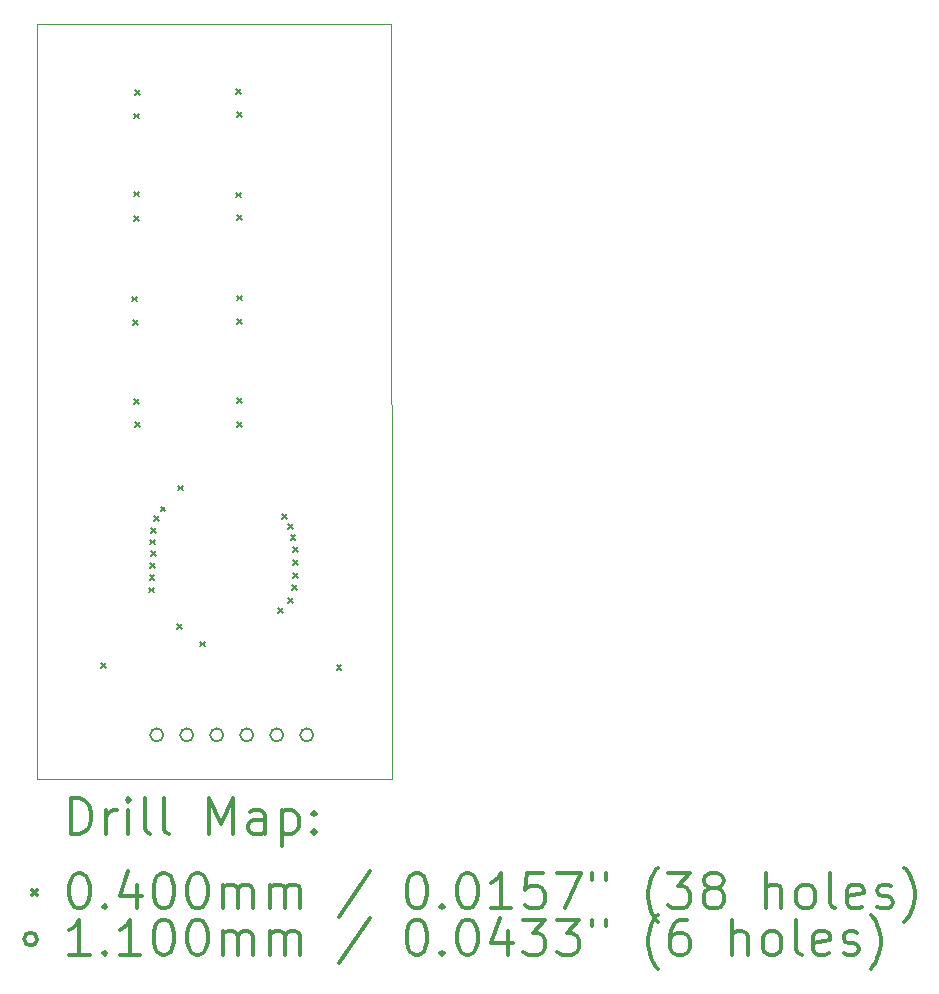
<source format=gbr>
%FSLAX45Y45*%
G04 Gerber Fmt 4.5, Leading zero omitted, Abs format (unit mm)*
G04 Created by KiCad (PCBNEW (5.1.12)-1) date 2022-08-18 11:36:25*
%MOMM*%
%LPD*%
G01*
G04 APERTURE LIST*
%TA.AperFunction,Profile*%
%ADD10C,0.050000*%
%TD*%
%ADD11C,0.200000*%
%ADD12C,0.300000*%
G04 APERTURE END LIST*
D10*
X14440000Y-3400000D02*
X11450000Y-3400000D01*
X11450000Y-9790000D02*
X11450000Y-3400000D01*
X14450000Y-9790000D02*
X14440000Y-3400000D01*
X11450000Y-9790000D02*
X14450000Y-9790000D01*
D11*
X11987500Y-8812500D02*
X12027500Y-8852500D01*
X12027500Y-8812500D02*
X11987500Y-8852500D01*
X12250000Y-5710000D02*
X12290000Y-5750000D01*
X12290000Y-5710000D02*
X12250000Y-5750000D01*
X12260000Y-5910000D02*
X12300000Y-5950000D01*
X12300000Y-5910000D02*
X12260000Y-5950000D01*
X12270000Y-4160000D02*
X12310000Y-4200000D01*
X12310000Y-4160000D02*
X12270000Y-4200000D01*
X12270000Y-4820000D02*
X12310000Y-4860000D01*
X12310000Y-4820000D02*
X12270000Y-4860000D01*
X12270000Y-5030000D02*
X12310000Y-5070000D01*
X12310000Y-5030000D02*
X12270000Y-5070000D01*
X12270000Y-6580000D02*
X12310000Y-6620000D01*
X12310000Y-6580000D02*
X12270000Y-6620000D01*
X12280000Y-3960000D02*
X12320000Y-4000000D01*
X12320000Y-3960000D02*
X12280000Y-4000000D01*
X12280000Y-6770000D02*
X12320000Y-6810000D01*
X12320000Y-6770000D02*
X12280000Y-6810000D01*
X12397193Y-8174135D02*
X12437193Y-8214135D01*
X12437193Y-8174135D02*
X12397193Y-8214135D01*
X12399230Y-8069565D02*
X12439230Y-8109565D01*
X12439230Y-8069565D02*
X12399230Y-8109565D01*
X12401705Y-7964559D02*
X12441705Y-8004559D01*
X12441705Y-7964559D02*
X12401705Y-8004559D01*
X12403477Y-7766271D02*
X12443477Y-7806271D01*
X12443477Y-7766271D02*
X12403477Y-7806271D01*
X12413486Y-7666772D02*
X12453486Y-7706772D01*
X12453486Y-7666772D02*
X12413486Y-7706772D01*
X12415625Y-7865531D02*
X12455625Y-7905531D01*
X12455625Y-7865531D02*
X12415625Y-7905531D01*
X12436036Y-7569346D02*
X12476036Y-7609346D01*
X12476036Y-7569346D02*
X12436036Y-7609346D01*
X12492261Y-7486648D02*
X12532261Y-7526648D01*
X12532261Y-7486648D02*
X12492261Y-7526648D01*
X12630000Y-8479999D02*
X12670000Y-8519999D01*
X12670000Y-8479999D02*
X12630000Y-8519999D01*
X12640000Y-7310000D02*
X12680000Y-7350000D01*
X12680000Y-7310000D02*
X12640000Y-7350000D01*
X12830000Y-8630000D02*
X12870000Y-8670000D01*
X12870000Y-8630000D02*
X12830000Y-8670000D01*
X13130000Y-3950000D02*
X13170000Y-3990000D01*
X13170000Y-3950000D02*
X13130000Y-3990000D01*
X13130000Y-4830000D02*
X13170000Y-4870000D01*
X13170000Y-4830000D02*
X13130000Y-4870000D01*
X13140000Y-5900000D02*
X13180000Y-5940000D01*
X13180000Y-5900000D02*
X13140000Y-5940000D01*
X13140000Y-5020000D02*
X13180000Y-5060000D01*
X13180000Y-5020000D02*
X13140000Y-5060000D01*
X13140000Y-5700000D02*
X13180000Y-5740000D01*
X13180000Y-5700000D02*
X13140000Y-5740000D01*
X13140000Y-6570000D02*
X13180000Y-6610000D01*
X13180000Y-6570000D02*
X13140000Y-6610000D01*
X13140000Y-4150000D02*
X13180000Y-4190000D01*
X13180000Y-4150000D02*
X13140000Y-4190000D01*
X13140711Y-6770711D02*
X13180711Y-6810711D01*
X13180711Y-6770711D02*
X13140711Y-6810711D01*
X13487501Y-8349082D02*
X13527501Y-8389082D01*
X13527501Y-8349082D02*
X13487501Y-8389082D01*
X13520496Y-7549780D02*
X13560496Y-7589780D01*
X13560496Y-7549780D02*
X13520496Y-7589780D01*
X13575701Y-8264755D02*
X13615701Y-8304755D01*
X13615701Y-8264755D02*
X13575701Y-8304755D01*
X13575746Y-7633133D02*
X13615746Y-7673133D01*
X13615746Y-7633133D02*
X13575746Y-7673133D01*
X13594361Y-7731386D02*
X13634361Y-7771386D01*
X13634361Y-7731386D02*
X13594361Y-7771386D01*
X13604999Y-8155000D02*
X13644999Y-8195000D01*
X13644999Y-8155000D02*
X13604999Y-8195000D01*
X13613535Y-8053636D02*
X13653535Y-8093636D01*
X13653535Y-8053636D02*
X13613535Y-8093636D01*
X13613619Y-7938619D02*
X13653619Y-7978619D01*
X13653619Y-7938619D02*
X13613619Y-7978619D01*
X13616698Y-7828860D02*
X13656698Y-7868860D01*
X13656698Y-7828860D02*
X13616698Y-7868860D01*
X13982500Y-8827500D02*
X14022500Y-8867500D01*
X14022500Y-8827500D02*
X13982500Y-8867500D01*
X12515000Y-9420000D02*
G75*
G03*
X12515000Y-9420000I-55000J0D01*
G01*
X12769000Y-9420000D02*
G75*
G03*
X12769000Y-9420000I-55000J0D01*
G01*
X13023000Y-9420000D02*
G75*
G03*
X13023000Y-9420000I-55000J0D01*
G01*
X13277000Y-9420000D02*
G75*
G03*
X13277000Y-9420000I-55000J0D01*
G01*
X13531000Y-9420000D02*
G75*
G03*
X13531000Y-9420000I-55000J0D01*
G01*
X13785000Y-9420000D02*
G75*
G03*
X13785000Y-9420000I-55000J0D01*
G01*
D12*
X11733928Y-10258214D02*
X11733928Y-9958214D01*
X11805357Y-9958214D01*
X11848214Y-9972500D01*
X11876786Y-10001072D01*
X11891071Y-10029643D01*
X11905357Y-10086786D01*
X11905357Y-10129643D01*
X11891071Y-10186786D01*
X11876786Y-10215357D01*
X11848214Y-10243929D01*
X11805357Y-10258214D01*
X11733928Y-10258214D01*
X12033928Y-10258214D02*
X12033928Y-10058214D01*
X12033928Y-10115357D02*
X12048214Y-10086786D01*
X12062500Y-10072500D01*
X12091071Y-10058214D01*
X12119643Y-10058214D01*
X12219643Y-10258214D02*
X12219643Y-10058214D01*
X12219643Y-9958214D02*
X12205357Y-9972500D01*
X12219643Y-9986786D01*
X12233928Y-9972500D01*
X12219643Y-9958214D01*
X12219643Y-9986786D01*
X12405357Y-10258214D02*
X12376786Y-10243929D01*
X12362500Y-10215357D01*
X12362500Y-9958214D01*
X12562500Y-10258214D02*
X12533928Y-10243929D01*
X12519643Y-10215357D01*
X12519643Y-9958214D01*
X12905357Y-10258214D02*
X12905357Y-9958214D01*
X13005357Y-10172500D01*
X13105357Y-9958214D01*
X13105357Y-10258214D01*
X13376786Y-10258214D02*
X13376786Y-10101072D01*
X13362500Y-10072500D01*
X13333928Y-10058214D01*
X13276786Y-10058214D01*
X13248214Y-10072500D01*
X13376786Y-10243929D02*
X13348214Y-10258214D01*
X13276786Y-10258214D01*
X13248214Y-10243929D01*
X13233928Y-10215357D01*
X13233928Y-10186786D01*
X13248214Y-10158214D01*
X13276786Y-10143929D01*
X13348214Y-10143929D01*
X13376786Y-10129643D01*
X13519643Y-10058214D02*
X13519643Y-10358214D01*
X13519643Y-10072500D02*
X13548214Y-10058214D01*
X13605357Y-10058214D01*
X13633928Y-10072500D01*
X13648214Y-10086786D01*
X13662500Y-10115357D01*
X13662500Y-10201072D01*
X13648214Y-10229643D01*
X13633928Y-10243929D01*
X13605357Y-10258214D01*
X13548214Y-10258214D01*
X13519643Y-10243929D01*
X13791071Y-10229643D02*
X13805357Y-10243929D01*
X13791071Y-10258214D01*
X13776786Y-10243929D01*
X13791071Y-10229643D01*
X13791071Y-10258214D01*
X13791071Y-10072500D02*
X13805357Y-10086786D01*
X13791071Y-10101072D01*
X13776786Y-10086786D01*
X13791071Y-10072500D01*
X13791071Y-10101072D01*
X11407500Y-10732500D02*
X11447500Y-10772500D01*
X11447500Y-10732500D02*
X11407500Y-10772500D01*
X11791071Y-10588214D02*
X11819643Y-10588214D01*
X11848214Y-10602500D01*
X11862500Y-10616786D01*
X11876786Y-10645357D01*
X11891071Y-10702500D01*
X11891071Y-10773929D01*
X11876786Y-10831072D01*
X11862500Y-10859643D01*
X11848214Y-10873929D01*
X11819643Y-10888214D01*
X11791071Y-10888214D01*
X11762500Y-10873929D01*
X11748214Y-10859643D01*
X11733928Y-10831072D01*
X11719643Y-10773929D01*
X11719643Y-10702500D01*
X11733928Y-10645357D01*
X11748214Y-10616786D01*
X11762500Y-10602500D01*
X11791071Y-10588214D01*
X12019643Y-10859643D02*
X12033928Y-10873929D01*
X12019643Y-10888214D01*
X12005357Y-10873929D01*
X12019643Y-10859643D01*
X12019643Y-10888214D01*
X12291071Y-10688214D02*
X12291071Y-10888214D01*
X12219643Y-10573929D02*
X12148214Y-10788214D01*
X12333928Y-10788214D01*
X12505357Y-10588214D02*
X12533928Y-10588214D01*
X12562500Y-10602500D01*
X12576786Y-10616786D01*
X12591071Y-10645357D01*
X12605357Y-10702500D01*
X12605357Y-10773929D01*
X12591071Y-10831072D01*
X12576786Y-10859643D01*
X12562500Y-10873929D01*
X12533928Y-10888214D01*
X12505357Y-10888214D01*
X12476786Y-10873929D01*
X12462500Y-10859643D01*
X12448214Y-10831072D01*
X12433928Y-10773929D01*
X12433928Y-10702500D01*
X12448214Y-10645357D01*
X12462500Y-10616786D01*
X12476786Y-10602500D01*
X12505357Y-10588214D01*
X12791071Y-10588214D02*
X12819643Y-10588214D01*
X12848214Y-10602500D01*
X12862500Y-10616786D01*
X12876786Y-10645357D01*
X12891071Y-10702500D01*
X12891071Y-10773929D01*
X12876786Y-10831072D01*
X12862500Y-10859643D01*
X12848214Y-10873929D01*
X12819643Y-10888214D01*
X12791071Y-10888214D01*
X12762500Y-10873929D01*
X12748214Y-10859643D01*
X12733928Y-10831072D01*
X12719643Y-10773929D01*
X12719643Y-10702500D01*
X12733928Y-10645357D01*
X12748214Y-10616786D01*
X12762500Y-10602500D01*
X12791071Y-10588214D01*
X13019643Y-10888214D02*
X13019643Y-10688214D01*
X13019643Y-10716786D02*
X13033928Y-10702500D01*
X13062500Y-10688214D01*
X13105357Y-10688214D01*
X13133928Y-10702500D01*
X13148214Y-10731072D01*
X13148214Y-10888214D01*
X13148214Y-10731072D02*
X13162500Y-10702500D01*
X13191071Y-10688214D01*
X13233928Y-10688214D01*
X13262500Y-10702500D01*
X13276786Y-10731072D01*
X13276786Y-10888214D01*
X13419643Y-10888214D02*
X13419643Y-10688214D01*
X13419643Y-10716786D02*
X13433928Y-10702500D01*
X13462500Y-10688214D01*
X13505357Y-10688214D01*
X13533928Y-10702500D01*
X13548214Y-10731072D01*
X13548214Y-10888214D01*
X13548214Y-10731072D02*
X13562500Y-10702500D01*
X13591071Y-10688214D01*
X13633928Y-10688214D01*
X13662500Y-10702500D01*
X13676786Y-10731072D01*
X13676786Y-10888214D01*
X14262500Y-10573929D02*
X14005357Y-10959643D01*
X14648214Y-10588214D02*
X14676786Y-10588214D01*
X14705357Y-10602500D01*
X14719643Y-10616786D01*
X14733928Y-10645357D01*
X14748214Y-10702500D01*
X14748214Y-10773929D01*
X14733928Y-10831072D01*
X14719643Y-10859643D01*
X14705357Y-10873929D01*
X14676786Y-10888214D01*
X14648214Y-10888214D01*
X14619643Y-10873929D01*
X14605357Y-10859643D01*
X14591071Y-10831072D01*
X14576786Y-10773929D01*
X14576786Y-10702500D01*
X14591071Y-10645357D01*
X14605357Y-10616786D01*
X14619643Y-10602500D01*
X14648214Y-10588214D01*
X14876786Y-10859643D02*
X14891071Y-10873929D01*
X14876786Y-10888214D01*
X14862500Y-10873929D01*
X14876786Y-10859643D01*
X14876786Y-10888214D01*
X15076786Y-10588214D02*
X15105357Y-10588214D01*
X15133928Y-10602500D01*
X15148214Y-10616786D01*
X15162500Y-10645357D01*
X15176786Y-10702500D01*
X15176786Y-10773929D01*
X15162500Y-10831072D01*
X15148214Y-10859643D01*
X15133928Y-10873929D01*
X15105357Y-10888214D01*
X15076786Y-10888214D01*
X15048214Y-10873929D01*
X15033928Y-10859643D01*
X15019643Y-10831072D01*
X15005357Y-10773929D01*
X15005357Y-10702500D01*
X15019643Y-10645357D01*
X15033928Y-10616786D01*
X15048214Y-10602500D01*
X15076786Y-10588214D01*
X15462500Y-10888214D02*
X15291071Y-10888214D01*
X15376786Y-10888214D02*
X15376786Y-10588214D01*
X15348214Y-10631072D01*
X15319643Y-10659643D01*
X15291071Y-10673929D01*
X15733928Y-10588214D02*
X15591071Y-10588214D01*
X15576786Y-10731072D01*
X15591071Y-10716786D01*
X15619643Y-10702500D01*
X15691071Y-10702500D01*
X15719643Y-10716786D01*
X15733928Y-10731072D01*
X15748214Y-10759643D01*
X15748214Y-10831072D01*
X15733928Y-10859643D01*
X15719643Y-10873929D01*
X15691071Y-10888214D01*
X15619643Y-10888214D01*
X15591071Y-10873929D01*
X15576786Y-10859643D01*
X15848214Y-10588214D02*
X16048214Y-10588214D01*
X15919643Y-10888214D01*
X16148214Y-10588214D02*
X16148214Y-10645357D01*
X16262500Y-10588214D02*
X16262500Y-10645357D01*
X16705357Y-11002500D02*
X16691071Y-10988214D01*
X16662500Y-10945357D01*
X16648214Y-10916786D01*
X16633928Y-10873929D01*
X16619643Y-10802500D01*
X16619643Y-10745357D01*
X16633928Y-10673929D01*
X16648214Y-10631072D01*
X16662500Y-10602500D01*
X16691071Y-10559643D01*
X16705357Y-10545357D01*
X16791071Y-10588214D02*
X16976786Y-10588214D01*
X16876786Y-10702500D01*
X16919643Y-10702500D01*
X16948214Y-10716786D01*
X16962500Y-10731072D01*
X16976786Y-10759643D01*
X16976786Y-10831072D01*
X16962500Y-10859643D01*
X16948214Y-10873929D01*
X16919643Y-10888214D01*
X16833928Y-10888214D01*
X16805357Y-10873929D01*
X16791071Y-10859643D01*
X17148214Y-10716786D02*
X17119643Y-10702500D01*
X17105357Y-10688214D01*
X17091071Y-10659643D01*
X17091071Y-10645357D01*
X17105357Y-10616786D01*
X17119643Y-10602500D01*
X17148214Y-10588214D01*
X17205357Y-10588214D01*
X17233928Y-10602500D01*
X17248214Y-10616786D01*
X17262500Y-10645357D01*
X17262500Y-10659643D01*
X17248214Y-10688214D01*
X17233928Y-10702500D01*
X17205357Y-10716786D01*
X17148214Y-10716786D01*
X17119643Y-10731072D01*
X17105357Y-10745357D01*
X17091071Y-10773929D01*
X17091071Y-10831072D01*
X17105357Y-10859643D01*
X17119643Y-10873929D01*
X17148214Y-10888214D01*
X17205357Y-10888214D01*
X17233928Y-10873929D01*
X17248214Y-10859643D01*
X17262500Y-10831072D01*
X17262500Y-10773929D01*
X17248214Y-10745357D01*
X17233928Y-10731072D01*
X17205357Y-10716786D01*
X17619643Y-10888214D02*
X17619643Y-10588214D01*
X17748214Y-10888214D02*
X17748214Y-10731072D01*
X17733928Y-10702500D01*
X17705357Y-10688214D01*
X17662500Y-10688214D01*
X17633928Y-10702500D01*
X17619643Y-10716786D01*
X17933928Y-10888214D02*
X17905357Y-10873929D01*
X17891071Y-10859643D01*
X17876786Y-10831072D01*
X17876786Y-10745357D01*
X17891071Y-10716786D01*
X17905357Y-10702500D01*
X17933928Y-10688214D01*
X17976786Y-10688214D01*
X18005357Y-10702500D01*
X18019643Y-10716786D01*
X18033928Y-10745357D01*
X18033928Y-10831072D01*
X18019643Y-10859643D01*
X18005357Y-10873929D01*
X17976786Y-10888214D01*
X17933928Y-10888214D01*
X18205357Y-10888214D02*
X18176786Y-10873929D01*
X18162500Y-10845357D01*
X18162500Y-10588214D01*
X18433928Y-10873929D02*
X18405357Y-10888214D01*
X18348214Y-10888214D01*
X18319643Y-10873929D01*
X18305357Y-10845357D01*
X18305357Y-10731072D01*
X18319643Y-10702500D01*
X18348214Y-10688214D01*
X18405357Y-10688214D01*
X18433928Y-10702500D01*
X18448214Y-10731072D01*
X18448214Y-10759643D01*
X18305357Y-10788214D01*
X18562500Y-10873929D02*
X18591071Y-10888214D01*
X18648214Y-10888214D01*
X18676786Y-10873929D01*
X18691071Y-10845357D01*
X18691071Y-10831072D01*
X18676786Y-10802500D01*
X18648214Y-10788214D01*
X18605357Y-10788214D01*
X18576786Y-10773929D01*
X18562500Y-10745357D01*
X18562500Y-10731072D01*
X18576786Y-10702500D01*
X18605357Y-10688214D01*
X18648214Y-10688214D01*
X18676786Y-10702500D01*
X18791071Y-11002500D02*
X18805357Y-10988214D01*
X18833928Y-10945357D01*
X18848214Y-10916786D01*
X18862500Y-10873929D01*
X18876786Y-10802500D01*
X18876786Y-10745357D01*
X18862500Y-10673929D01*
X18848214Y-10631072D01*
X18833928Y-10602500D01*
X18805357Y-10559643D01*
X18791071Y-10545357D01*
X11447500Y-11148500D02*
G75*
G03*
X11447500Y-11148500I-55000J0D01*
G01*
X11891071Y-11284214D02*
X11719643Y-11284214D01*
X11805357Y-11284214D02*
X11805357Y-10984214D01*
X11776786Y-11027072D01*
X11748214Y-11055643D01*
X11719643Y-11069929D01*
X12019643Y-11255643D02*
X12033928Y-11269929D01*
X12019643Y-11284214D01*
X12005357Y-11269929D01*
X12019643Y-11255643D01*
X12019643Y-11284214D01*
X12319643Y-11284214D02*
X12148214Y-11284214D01*
X12233928Y-11284214D02*
X12233928Y-10984214D01*
X12205357Y-11027072D01*
X12176786Y-11055643D01*
X12148214Y-11069929D01*
X12505357Y-10984214D02*
X12533928Y-10984214D01*
X12562500Y-10998500D01*
X12576786Y-11012786D01*
X12591071Y-11041357D01*
X12605357Y-11098500D01*
X12605357Y-11169929D01*
X12591071Y-11227071D01*
X12576786Y-11255643D01*
X12562500Y-11269929D01*
X12533928Y-11284214D01*
X12505357Y-11284214D01*
X12476786Y-11269929D01*
X12462500Y-11255643D01*
X12448214Y-11227071D01*
X12433928Y-11169929D01*
X12433928Y-11098500D01*
X12448214Y-11041357D01*
X12462500Y-11012786D01*
X12476786Y-10998500D01*
X12505357Y-10984214D01*
X12791071Y-10984214D02*
X12819643Y-10984214D01*
X12848214Y-10998500D01*
X12862500Y-11012786D01*
X12876786Y-11041357D01*
X12891071Y-11098500D01*
X12891071Y-11169929D01*
X12876786Y-11227071D01*
X12862500Y-11255643D01*
X12848214Y-11269929D01*
X12819643Y-11284214D01*
X12791071Y-11284214D01*
X12762500Y-11269929D01*
X12748214Y-11255643D01*
X12733928Y-11227071D01*
X12719643Y-11169929D01*
X12719643Y-11098500D01*
X12733928Y-11041357D01*
X12748214Y-11012786D01*
X12762500Y-10998500D01*
X12791071Y-10984214D01*
X13019643Y-11284214D02*
X13019643Y-11084214D01*
X13019643Y-11112786D02*
X13033928Y-11098500D01*
X13062500Y-11084214D01*
X13105357Y-11084214D01*
X13133928Y-11098500D01*
X13148214Y-11127072D01*
X13148214Y-11284214D01*
X13148214Y-11127072D02*
X13162500Y-11098500D01*
X13191071Y-11084214D01*
X13233928Y-11084214D01*
X13262500Y-11098500D01*
X13276786Y-11127072D01*
X13276786Y-11284214D01*
X13419643Y-11284214D02*
X13419643Y-11084214D01*
X13419643Y-11112786D02*
X13433928Y-11098500D01*
X13462500Y-11084214D01*
X13505357Y-11084214D01*
X13533928Y-11098500D01*
X13548214Y-11127072D01*
X13548214Y-11284214D01*
X13548214Y-11127072D02*
X13562500Y-11098500D01*
X13591071Y-11084214D01*
X13633928Y-11084214D01*
X13662500Y-11098500D01*
X13676786Y-11127072D01*
X13676786Y-11284214D01*
X14262500Y-10969929D02*
X14005357Y-11355643D01*
X14648214Y-10984214D02*
X14676786Y-10984214D01*
X14705357Y-10998500D01*
X14719643Y-11012786D01*
X14733928Y-11041357D01*
X14748214Y-11098500D01*
X14748214Y-11169929D01*
X14733928Y-11227071D01*
X14719643Y-11255643D01*
X14705357Y-11269929D01*
X14676786Y-11284214D01*
X14648214Y-11284214D01*
X14619643Y-11269929D01*
X14605357Y-11255643D01*
X14591071Y-11227071D01*
X14576786Y-11169929D01*
X14576786Y-11098500D01*
X14591071Y-11041357D01*
X14605357Y-11012786D01*
X14619643Y-10998500D01*
X14648214Y-10984214D01*
X14876786Y-11255643D02*
X14891071Y-11269929D01*
X14876786Y-11284214D01*
X14862500Y-11269929D01*
X14876786Y-11255643D01*
X14876786Y-11284214D01*
X15076786Y-10984214D02*
X15105357Y-10984214D01*
X15133928Y-10998500D01*
X15148214Y-11012786D01*
X15162500Y-11041357D01*
X15176786Y-11098500D01*
X15176786Y-11169929D01*
X15162500Y-11227071D01*
X15148214Y-11255643D01*
X15133928Y-11269929D01*
X15105357Y-11284214D01*
X15076786Y-11284214D01*
X15048214Y-11269929D01*
X15033928Y-11255643D01*
X15019643Y-11227071D01*
X15005357Y-11169929D01*
X15005357Y-11098500D01*
X15019643Y-11041357D01*
X15033928Y-11012786D01*
X15048214Y-10998500D01*
X15076786Y-10984214D01*
X15433928Y-11084214D02*
X15433928Y-11284214D01*
X15362500Y-10969929D02*
X15291071Y-11184214D01*
X15476786Y-11184214D01*
X15562500Y-10984214D02*
X15748214Y-10984214D01*
X15648214Y-11098500D01*
X15691071Y-11098500D01*
X15719643Y-11112786D01*
X15733928Y-11127072D01*
X15748214Y-11155643D01*
X15748214Y-11227071D01*
X15733928Y-11255643D01*
X15719643Y-11269929D01*
X15691071Y-11284214D01*
X15605357Y-11284214D01*
X15576786Y-11269929D01*
X15562500Y-11255643D01*
X15848214Y-10984214D02*
X16033928Y-10984214D01*
X15933928Y-11098500D01*
X15976786Y-11098500D01*
X16005357Y-11112786D01*
X16019643Y-11127072D01*
X16033928Y-11155643D01*
X16033928Y-11227071D01*
X16019643Y-11255643D01*
X16005357Y-11269929D01*
X15976786Y-11284214D01*
X15891071Y-11284214D01*
X15862500Y-11269929D01*
X15848214Y-11255643D01*
X16148214Y-10984214D02*
X16148214Y-11041357D01*
X16262500Y-10984214D02*
X16262500Y-11041357D01*
X16705357Y-11398500D02*
X16691071Y-11384214D01*
X16662500Y-11341357D01*
X16648214Y-11312786D01*
X16633928Y-11269929D01*
X16619643Y-11198500D01*
X16619643Y-11141357D01*
X16633928Y-11069929D01*
X16648214Y-11027072D01*
X16662500Y-10998500D01*
X16691071Y-10955643D01*
X16705357Y-10941357D01*
X16948214Y-10984214D02*
X16891071Y-10984214D01*
X16862500Y-10998500D01*
X16848214Y-11012786D01*
X16819643Y-11055643D01*
X16805357Y-11112786D01*
X16805357Y-11227071D01*
X16819643Y-11255643D01*
X16833928Y-11269929D01*
X16862500Y-11284214D01*
X16919643Y-11284214D01*
X16948214Y-11269929D01*
X16962500Y-11255643D01*
X16976786Y-11227071D01*
X16976786Y-11155643D01*
X16962500Y-11127072D01*
X16948214Y-11112786D01*
X16919643Y-11098500D01*
X16862500Y-11098500D01*
X16833928Y-11112786D01*
X16819643Y-11127072D01*
X16805357Y-11155643D01*
X17333928Y-11284214D02*
X17333928Y-10984214D01*
X17462500Y-11284214D02*
X17462500Y-11127072D01*
X17448214Y-11098500D01*
X17419643Y-11084214D01*
X17376786Y-11084214D01*
X17348214Y-11098500D01*
X17333928Y-11112786D01*
X17648214Y-11284214D02*
X17619643Y-11269929D01*
X17605357Y-11255643D01*
X17591071Y-11227071D01*
X17591071Y-11141357D01*
X17605357Y-11112786D01*
X17619643Y-11098500D01*
X17648214Y-11084214D01*
X17691071Y-11084214D01*
X17719643Y-11098500D01*
X17733928Y-11112786D01*
X17748214Y-11141357D01*
X17748214Y-11227071D01*
X17733928Y-11255643D01*
X17719643Y-11269929D01*
X17691071Y-11284214D01*
X17648214Y-11284214D01*
X17919643Y-11284214D02*
X17891071Y-11269929D01*
X17876786Y-11241357D01*
X17876786Y-10984214D01*
X18148214Y-11269929D02*
X18119643Y-11284214D01*
X18062500Y-11284214D01*
X18033928Y-11269929D01*
X18019643Y-11241357D01*
X18019643Y-11127072D01*
X18033928Y-11098500D01*
X18062500Y-11084214D01*
X18119643Y-11084214D01*
X18148214Y-11098500D01*
X18162500Y-11127072D01*
X18162500Y-11155643D01*
X18019643Y-11184214D01*
X18276786Y-11269929D02*
X18305357Y-11284214D01*
X18362500Y-11284214D01*
X18391071Y-11269929D01*
X18405357Y-11241357D01*
X18405357Y-11227071D01*
X18391071Y-11198500D01*
X18362500Y-11184214D01*
X18319643Y-11184214D01*
X18291071Y-11169929D01*
X18276786Y-11141357D01*
X18276786Y-11127072D01*
X18291071Y-11098500D01*
X18319643Y-11084214D01*
X18362500Y-11084214D01*
X18391071Y-11098500D01*
X18505357Y-11398500D02*
X18519643Y-11384214D01*
X18548214Y-11341357D01*
X18562500Y-11312786D01*
X18576786Y-11269929D01*
X18591071Y-11198500D01*
X18591071Y-11141357D01*
X18576786Y-11069929D01*
X18562500Y-11027072D01*
X18548214Y-10998500D01*
X18519643Y-10955643D01*
X18505357Y-10941357D01*
M02*

</source>
